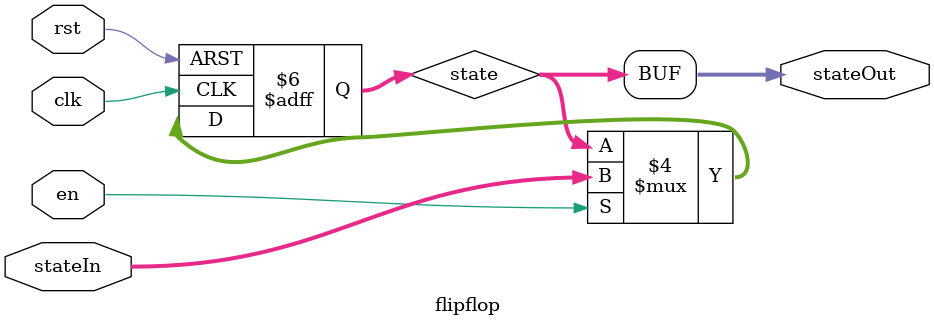
<source format=sv>
module flipflop #(parameter bits = 2) 
	(input logic clk,rst,en, 
	input [bits-1:0] stateIn, 
	output logic [bits-1:0] stateOut);

logic [bits-1:0] state = 2'h0;
always_ff @ (posedge clk, posedge rst) begin
	if (rst)
		state = 2'b0;
	else begin
		if(en)
			state = stateIn;
	end
end

assign stateOut = state;

endmodule

</source>
